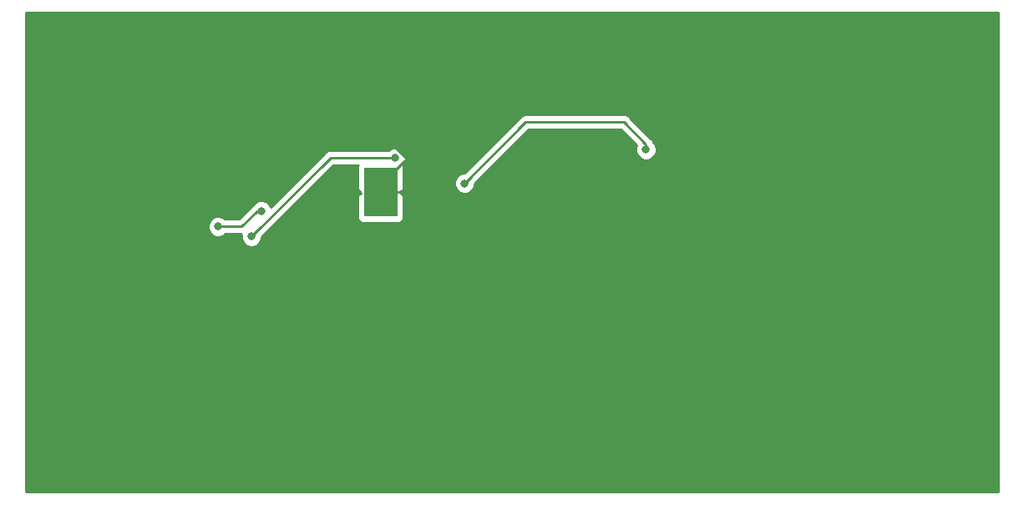
<source format=gbr>
G04 #@! TF.GenerationSoftware,KiCad,Pcbnew,5.0.2-bee76a0~70~ubuntu18.04.1*
G04 #@! TF.CreationDate,2019-04-11T17:57:36-07:00*
G04 #@! TF.ProjectId,BuckBoostInverter,4275636b-426f-46f7-9374-496e76657274,rev?*
G04 #@! TF.SameCoordinates,Original*
G04 #@! TF.FileFunction,Copper,L2,Bot*
G04 #@! TF.FilePolarity,Positive*
%FSLAX46Y46*%
G04 Gerber Fmt 4.6, Leading zero omitted, Abs format (unit mm)*
G04 Created by KiCad (PCBNEW 5.0.2-bee76a0~70~ubuntu18.04.1) date Thu 11 Apr 2019 05:57:36 PM PDT*
%MOMM*%
%LPD*%
G01*
G04 APERTURE LIST*
G04 #@! TA.AperFunction,Conductor*
%ADD10R,3.400000X5.000000*%
G04 #@! TD*
G04 #@! TA.AperFunction,ViaPad*
%ADD11C,0.600000*%
G04 #@! TD*
G04 #@! TA.AperFunction,ViaPad*
%ADD12C,0.800000*%
G04 #@! TD*
G04 #@! TA.AperFunction,Conductor*
%ADD13C,0.250000*%
G04 #@! TD*
G04 #@! TA.AperFunction,Conductor*
%ADD14C,0.254000*%
G04 #@! TD*
G04 APERTURE END LIST*
D10*
G04 #@! TO.N,GND*
G04 #@! TO.C,U1*
X106680000Y-88900000D03*
D11*
X105580000Y-91100000D03*
X106680000Y-91100000D03*
X107780000Y-91100000D03*
X107780000Y-90000000D03*
X106680000Y-90000000D03*
X105580000Y-90000000D03*
X107780000Y-88900000D03*
X106680000Y-88900000D03*
X105580000Y-88900000D03*
X107780000Y-87800000D03*
X106680000Y-87800000D03*
X105580000Y-87800000D03*
X107780000Y-86700000D03*
X106680000Y-86700000D03*
X105580000Y-86700000D03*
G04 #@! TD*
D12*
G04 #@! TO.N,GND*
X88400000Y-74600000D03*
X84800000Y-78200000D03*
X81200000Y-74600000D03*
X84800000Y-71000000D03*
X164600000Y-112800000D03*
X168000000Y-116200000D03*
X161000000Y-116400000D03*
X167600000Y-107400000D03*
X167600000Y-101400000D03*
X111200000Y-91250000D03*
X107200000Y-97600000D03*
X99000000Y-82800000D03*
X103000000Y-84200000D03*
X144600000Y-95600000D03*
X140200000Y-93000000D03*
X144600000Y-90600000D03*
X148600000Y-93000000D03*
G04 #@! TO.N,Net-(C5-Pad1)*
X93600000Y-93400000D03*
X108200000Y-85400000D03*
G04 #@! TO.N,Net-(C6-Pad1)*
X94600000Y-90800000D03*
X90200000Y-92400000D03*
G04 #@! TO.N,Net-(Q1-Pad4)*
X133600000Y-84600000D03*
X115200000Y-88000000D03*
G04 #@! TD*
D13*
G04 #@! TO.N,GND*
X81765685Y-74600000D02*
X81200000Y-74600000D01*
X84800000Y-77634315D02*
X81765685Y-74600000D01*
X84800000Y-78200000D02*
X84800000Y-77634315D01*
X81200000Y-74600000D02*
X84800000Y-71000000D01*
X84800000Y-71000000D02*
X88400000Y-74600000D01*
X88400000Y-74600000D02*
X96600000Y-82800000D01*
X96600000Y-82800000D02*
X99000000Y-82800000D01*
X101600000Y-82800000D02*
X103000000Y-84200000D01*
X99000000Y-82800000D02*
X101600000Y-82800000D01*
X111200000Y-87326998D02*
X111200000Y-90684315D01*
X111200000Y-90684315D02*
X111200000Y-91250000D01*
X103000000Y-84200000D02*
X108073002Y-84200000D01*
X111200000Y-93600000D02*
X107200000Y-97600000D01*
X111200000Y-91250000D02*
X111200000Y-93600000D01*
X112950000Y-93000000D02*
X111200000Y-91250000D01*
X167600000Y-101400000D02*
X167600000Y-107400000D01*
X167600000Y-101400000D02*
X154800000Y-101400000D01*
X167600000Y-109800000D02*
X164600000Y-112800000D01*
X167600000Y-107400000D02*
X167600000Y-109800000D01*
X165165685Y-112800000D02*
X164600000Y-112800000D01*
X168000000Y-115634315D02*
X165165685Y-112800000D01*
X168000000Y-116200000D02*
X168000000Y-115634315D01*
X164600000Y-112800000D02*
X161000000Y-116400000D01*
X109053002Y-85726998D02*
X109600000Y-85726998D01*
X106680000Y-88900000D02*
X106680000Y-88100000D01*
X108073002Y-84200000D02*
X109600000Y-85726998D01*
X106680000Y-88100000D02*
X109053002Y-85726998D01*
X109600000Y-85726998D02*
X111200000Y-87326998D01*
X149000000Y-95600000D02*
X154800000Y-101400000D01*
X144600000Y-95600000D02*
X149000000Y-95600000D01*
X142800000Y-95600000D02*
X144600000Y-95600000D01*
X140200000Y-93000000D02*
X142800000Y-95600000D01*
X144600000Y-90600000D02*
X144600000Y-95600000D01*
X145165685Y-95600000D02*
X144600000Y-95600000D01*
X148600000Y-93565685D02*
X146565685Y-95600000D01*
X146565685Y-95600000D02*
X145165685Y-95600000D01*
X148600000Y-93000000D02*
X148600000Y-93565685D01*
X106680000Y-88900000D02*
X107780000Y-88900000D01*
X106680000Y-87800000D02*
X107780000Y-86700000D01*
X106680000Y-88900000D02*
X106680000Y-87800000D01*
X106680000Y-88900000D02*
X106680000Y-91100000D01*
X106680000Y-90000000D02*
X105580000Y-91100000D01*
X106680000Y-88900000D02*
X106680000Y-90000000D01*
X105580000Y-90000000D02*
X106680000Y-88900000D01*
X106680000Y-88900000D02*
X105580000Y-88900000D01*
X108850000Y-88900000D02*
X111200000Y-91250000D01*
X106680000Y-88900000D02*
X108850000Y-88900000D01*
G04 #@! TO.N,Net-(C5-Pad1)*
X93600000Y-93400000D02*
X101600000Y-85400000D01*
X101600000Y-85400000D02*
X108200000Y-85400000D01*
G04 #@! TO.N,Net-(C6-Pad1)*
X94200000Y-90800000D02*
X94600000Y-90800000D01*
X90200000Y-92400000D02*
X92600000Y-92400000D01*
X92600000Y-92400000D02*
X94200000Y-90800000D01*
G04 #@! TO.N,Net-(Q1-Pad4)*
X133600000Y-84034315D02*
X131365685Y-81800000D01*
X133600000Y-84600000D02*
X133600000Y-84034315D01*
X131365685Y-81800000D02*
X121400000Y-81800000D01*
X121400000Y-81800000D02*
X115200000Y-88000000D01*
G04 #@! TD*
D14*
G04 #@! TO.N,GND*
G36*
X169290001Y-119290000D02*
X70710000Y-119290000D01*
X70710000Y-92194126D01*
X89165000Y-92194126D01*
X89165000Y-92605874D01*
X89322569Y-92986280D01*
X89613720Y-93277431D01*
X89994126Y-93435000D01*
X90405874Y-93435000D01*
X90786280Y-93277431D01*
X90903711Y-93160000D01*
X92525153Y-93160000D01*
X92575026Y-93169920D01*
X92565000Y-93194126D01*
X92565000Y-93605874D01*
X92722569Y-93986280D01*
X93013720Y-94277431D01*
X93394126Y-94435000D01*
X93805874Y-94435000D01*
X94186280Y-94277431D01*
X94477431Y-93986280D01*
X94635000Y-93605874D01*
X94635000Y-93439801D01*
X101914803Y-86160000D01*
X104392092Y-86160000D01*
X104345000Y-86273690D01*
X104345000Y-88614250D01*
X104503750Y-88773000D01*
X104640841Y-88773000D01*
X104631637Y-88802927D01*
X104652840Y-89027000D01*
X104503750Y-89027000D01*
X104345000Y-89185750D01*
X104345000Y-91526310D01*
X104441673Y-91759699D01*
X104620302Y-91938327D01*
X104853691Y-92035000D01*
X105439475Y-92035000D01*
X105482927Y-92048363D01*
X105624147Y-92035000D01*
X106394250Y-92035000D01*
X106428407Y-92000843D01*
X106582927Y-92048363D01*
X106724145Y-92035000D01*
X106807002Y-92035000D01*
X106807002Y-92027159D01*
X106944864Y-92014114D01*
X106965750Y-92035000D01*
X107639475Y-92035000D01*
X107682927Y-92048363D01*
X107824147Y-92035000D01*
X108506309Y-92035000D01*
X108739698Y-91938327D01*
X108918327Y-91759699D01*
X109015000Y-91526310D01*
X109015000Y-89185750D01*
X108856250Y-89027000D01*
X108719159Y-89027000D01*
X108728363Y-88997073D01*
X108707160Y-88773000D01*
X108856250Y-88773000D01*
X109015000Y-88614250D01*
X109015000Y-87794126D01*
X114165000Y-87794126D01*
X114165000Y-88205874D01*
X114322569Y-88586280D01*
X114613720Y-88877431D01*
X114994126Y-89035000D01*
X115405874Y-89035000D01*
X115786280Y-88877431D01*
X116077431Y-88586280D01*
X116235000Y-88205874D01*
X116235000Y-88039801D01*
X121714802Y-82560000D01*
X131050884Y-82560000D01*
X132658728Y-84167845D01*
X132565000Y-84394126D01*
X132565000Y-84805874D01*
X132722569Y-85186280D01*
X133013720Y-85477431D01*
X133394126Y-85635000D01*
X133805874Y-85635000D01*
X134186280Y-85477431D01*
X134477431Y-85186280D01*
X134635000Y-84805874D01*
X134635000Y-84394126D01*
X134477431Y-84013720D01*
X134344314Y-83880603D01*
X134315904Y-83737778D01*
X134147929Y-83486386D01*
X134084473Y-83443986D01*
X131956016Y-81315530D01*
X131913614Y-81252071D01*
X131662222Y-81084096D01*
X131440537Y-81040000D01*
X131440532Y-81040000D01*
X131365685Y-81025112D01*
X131290838Y-81040000D01*
X121474846Y-81040000D01*
X121399999Y-81025112D01*
X121325152Y-81040000D01*
X121325148Y-81040000D01*
X121103463Y-81084096D01*
X120852071Y-81252071D01*
X120809671Y-81315527D01*
X115160199Y-86965000D01*
X114994126Y-86965000D01*
X114613720Y-87122569D01*
X114322569Y-87413720D01*
X114165000Y-87794126D01*
X109015000Y-87794126D01*
X109015000Y-86273690D01*
X108949105Y-86114606D01*
X109077431Y-85986280D01*
X109235000Y-85605874D01*
X109235000Y-85194126D01*
X109077431Y-84813720D01*
X108786280Y-84522569D01*
X108405874Y-84365000D01*
X107994126Y-84365000D01*
X107613720Y-84522569D01*
X107496289Y-84640000D01*
X101674846Y-84640000D01*
X101599999Y-84625112D01*
X101525152Y-84640000D01*
X101525148Y-84640000D01*
X101303463Y-84684096D01*
X101303461Y-84684097D01*
X101303462Y-84684097D01*
X101115526Y-84809671D01*
X101115524Y-84809673D01*
X101052071Y-84852071D01*
X101009673Y-84915524D01*
X95545982Y-90379217D01*
X95477431Y-90213720D01*
X95186280Y-89922569D01*
X94805874Y-89765000D01*
X94394126Y-89765000D01*
X94013720Y-89922569D01*
X93748952Y-90187337D01*
X93652071Y-90252071D01*
X93609671Y-90315527D01*
X92285199Y-91640000D01*
X90903711Y-91640000D01*
X90786280Y-91522569D01*
X90405874Y-91365000D01*
X89994126Y-91365000D01*
X89613720Y-91522569D01*
X89322569Y-91813720D01*
X89165000Y-92194126D01*
X70710000Y-92194126D01*
X70710000Y-70710000D01*
X169290000Y-70710000D01*
X169290001Y-119290000D01*
X169290001Y-119290000D01*
G37*
X169290001Y-119290000D02*
X70710000Y-119290000D01*
X70710000Y-92194126D01*
X89165000Y-92194126D01*
X89165000Y-92605874D01*
X89322569Y-92986280D01*
X89613720Y-93277431D01*
X89994126Y-93435000D01*
X90405874Y-93435000D01*
X90786280Y-93277431D01*
X90903711Y-93160000D01*
X92525153Y-93160000D01*
X92575026Y-93169920D01*
X92565000Y-93194126D01*
X92565000Y-93605874D01*
X92722569Y-93986280D01*
X93013720Y-94277431D01*
X93394126Y-94435000D01*
X93805874Y-94435000D01*
X94186280Y-94277431D01*
X94477431Y-93986280D01*
X94635000Y-93605874D01*
X94635000Y-93439801D01*
X101914803Y-86160000D01*
X104392092Y-86160000D01*
X104345000Y-86273690D01*
X104345000Y-88614250D01*
X104503750Y-88773000D01*
X104640841Y-88773000D01*
X104631637Y-88802927D01*
X104652840Y-89027000D01*
X104503750Y-89027000D01*
X104345000Y-89185750D01*
X104345000Y-91526310D01*
X104441673Y-91759699D01*
X104620302Y-91938327D01*
X104853691Y-92035000D01*
X105439475Y-92035000D01*
X105482927Y-92048363D01*
X105624147Y-92035000D01*
X106394250Y-92035000D01*
X106428407Y-92000843D01*
X106582927Y-92048363D01*
X106724145Y-92035000D01*
X106807002Y-92035000D01*
X106807002Y-92027159D01*
X106944864Y-92014114D01*
X106965750Y-92035000D01*
X107639475Y-92035000D01*
X107682927Y-92048363D01*
X107824147Y-92035000D01*
X108506309Y-92035000D01*
X108739698Y-91938327D01*
X108918327Y-91759699D01*
X109015000Y-91526310D01*
X109015000Y-89185750D01*
X108856250Y-89027000D01*
X108719159Y-89027000D01*
X108728363Y-88997073D01*
X108707160Y-88773000D01*
X108856250Y-88773000D01*
X109015000Y-88614250D01*
X109015000Y-87794126D01*
X114165000Y-87794126D01*
X114165000Y-88205874D01*
X114322569Y-88586280D01*
X114613720Y-88877431D01*
X114994126Y-89035000D01*
X115405874Y-89035000D01*
X115786280Y-88877431D01*
X116077431Y-88586280D01*
X116235000Y-88205874D01*
X116235000Y-88039801D01*
X121714802Y-82560000D01*
X131050884Y-82560000D01*
X132658728Y-84167845D01*
X132565000Y-84394126D01*
X132565000Y-84805874D01*
X132722569Y-85186280D01*
X133013720Y-85477431D01*
X133394126Y-85635000D01*
X133805874Y-85635000D01*
X134186280Y-85477431D01*
X134477431Y-85186280D01*
X134635000Y-84805874D01*
X134635000Y-84394126D01*
X134477431Y-84013720D01*
X134344314Y-83880603D01*
X134315904Y-83737778D01*
X134147929Y-83486386D01*
X134084473Y-83443986D01*
X131956016Y-81315530D01*
X131913614Y-81252071D01*
X131662222Y-81084096D01*
X131440537Y-81040000D01*
X131440532Y-81040000D01*
X131365685Y-81025112D01*
X131290838Y-81040000D01*
X121474846Y-81040000D01*
X121399999Y-81025112D01*
X121325152Y-81040000D01*
X121325148Y-81040000D01*
X121103463Y-81084096D01*
X120852071Y-81252071D01*
X120809671Y-81315527D01*
X115160199Y-86965000D01*
X114994126Y-86965000D01*
X114613720Y-87122569D01*
X114322569Y-87413720D01*
X114165000Y-87794126D01*
X109015000Y-87794126D01*
X109015000Y-86273690D01*
X108949105Y-86114606D01*
X109077431Y-85986280D01*
X109235000Y-85605874D01*
X109235000Y-85194126D01*
X109077431Y-84813720D01*
X108786280Y-84522569D01*
X108405874Y-84365000D01*
X107994126Y-84365000D01*
X107613720Y-84522569D01*
X107496289Y-84640000D01*
X101674846Y-84640000D01*
X101599999Y-84625112D01*
X101525152Y-84640000D01*
X101525148Y-84640000D01*
X101303463Y-84684096D01*
X101303461Y-84684097D01*
X101303462Y-84684097D01*
X101115526Y-84809671D01*
X101115524Y-84809673D01*
X101052071Y-84852071D01*
X101009673Y-84915524D01*
X95545982Y-90379217D01*
X95477431Y-90213720D01*
X95186280Y-89922569D01*
X94805874Y-89765000D01*
X94394126Y-89765000D01*
X94013720Y-89922569D01*
X93748952Y-90187337D01*
X93652071Y-90252071D01*
X93609671Y-90315527D01*
X92285199Y-91640000D01*
X90903711Y-91640000D01*
X90786280Y-91522569D01*
X90405874Y-91365000D01*
X89994126Y-91365000D01*
X89613720Y-91522569D01*
X89322569Y-91813720D01*
X89165000Y-92194126D01*
X70710000Y-92194126D01*
X70710000Y-70710000D01*
X169290000Y-70710000D01*
X169290001Y-119290000D01*
G36*
X106835903Y-88848013D02*
X106844891Y-88942999D01*
X106740890Y-89047000D01*
X106619110Y-89047000D01*
X106524097Y-88951987D01*
X106515109Y-88857001D01*
X106619110Y-88753000D01*
X106740890Y-88753000D01*
X106835903Y-88848013D01*
X106835903Y-88848013D01*
G37*
X106835903Y-88848013D02*
X106844891Y-88942999D01*
X106740890Y-89047000D01*
X106619110Y-89047000D01*
X106524097Y-88951987D01*
X106515109Y-88857001D01*
X106619110Y-88753000D01*
X106740890Y-88753000D01*
X106835903Y-88848013D01*
G36*
X107973748Y-88885858D02*
X107959605Y-88900000D01*
X107973748Y-88914143D01*
X107860890Y-89027000D01*
X107699110Y-89027000D01*
X107624097Y-88951987D01*
X107615109Y-88857001D01*
X107699110Y-88773000D01*
X107860890Y-88773000D01*
X107973748Y-88885858D01*
X107973748Y-88885858D01*
G37*
X107973748Y-88885858D02*
X107959605Y-88900000D01*
X107973748Y-88914143D01*
X107860890Y-89027000D01*
X107699110Y-89027000D01*
X107624097Y-88951987D01*
X107615109Y-88857001D01*
X107699110Y-88773000D01*
X107860890Y-88773000D01*
X107973748Y-88885858D01*
G36*
X105735903Y-88848013D02*
X105744891Y-88942999D01*
X105660890Y-89027000D01*
X105499110Y-89027000D01*
X105386253Y-88914143D01*
X105400395Y-88900000D01*
X105386253Y-88885858D01*
X105499110Y-88773000D01*
X105660890Y-88773000D01*
X105735903Y-88848013D01*
X105735903Y-88848013D01*
G37*
X105735903Y-88848013D02*
X105744891Y-88942999D01*
X105660890Y-89027000D01*
X105499110Y-89027000D01*
X105386253Y-88914143D01*
X105400395Y-88900000D01*
X105386253Y-88885858D01*
X105499110Y-88773000D01*
X105660890Y-88773000D01*
X105735903Y-88848013D01*
G04 #@! TD*
M02*

</source>
